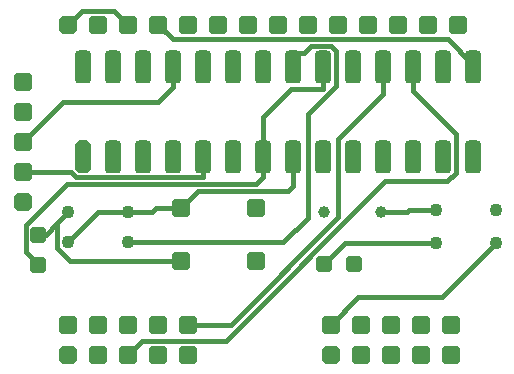
<source format=gbl>
G04*
G04 #@! TF.GenerationSoftware,Altium Limited,Altium Designer,20.1.8 (145)*
G04*
G04 Layer_Physical_Order=2*
G04 Layer_Color=16711680*
%FSLAX44Y44*%
%MOMM*%
G71*
G04*
G04 #@! TF.SameCoordinates,26300AEE-937A-4092-BCD3-584E98E6A38F*
G04*
G04*
G04 #@! TF.FilePolarity,Positive*
G04*
G01*
G75*
G04:AMPARAMS|DCode=16|XSize=1.397mm|YSize=2.794mm|CornerRadius=0mm|HoleSize=0mm|Usage=FLASHONLY|Rotation=0.000|XOffset=0mm|YOffset=0mm|HoleType=Round|Shape=Octagon|*
%AMOCTAGOND16*
4,1,8,-0.3493,1.3970,0.3493,1.3970,0.6985,1.0478,0.6985,-1.0478,0.3493,-1.3970,-0.3493,-1.3970,-0.6985,-1.0478,-0.6985,1.0478,-0.3493,1.3970,0.0*
%
%ADD16OCTAGOND16*%

G04:AMPARAMS|DCode=17|XSize=1.397mm|YSize=2.794mm|CornerRadius=0.3493mm|HoleSize=0mm|Usage=FLASHONLY|Rotation=0.000|XOffset=0mm|YOffset=0mm|HoleType=Round|Shape=RoundedRectangle|*
%AMROUNDEDRECTD17*
21,1,1.3970,2.0955,0,0,0.0*
21,1,0.6985,2.7940,0,0,0.0*
1,1,0.6985,0.3493,-1.0478*
1,1,0.6985,-0.3493,-1.0478*
1,1,0.6985,-0.3493,1.0478*
1,1,0.6985,0.3493,1.0478*
%
%ADD17ROUNDEDRECTD17*%
G04:AMPARAMS|DCode=18|XSize=1.6002mm|YSize=1.6002mm|CornerRadius=0.4001mm|HoleSize=0mm|Usage=FLASHONLY|Rotation=90.000|XOffset=0mm|YOffset=0mm|HoleType=Round|Shape=RoundedRectangle|*
%AMROUNDEDRECTD18*
21,1,1.6002,0.8001,0,0,90.0*
21,1,0.8001,1.6002,0,0,90.0*
1,1,0.8001,0.4001,0.4001*
1,1,0.8001,0.4001,-0.4001*
1,1,0.8001,-0.4001,-0.4001*
1,1,0.8001,-0.4001,0.4001*
%
%ADD18ROUNDEDRECTD18*%
G04:AMPARAMS|DCode=19|XSize=1.6002mm|YSize=1.6002mm|CornerRadius=0mm|HoleSize=0mm|Usage=FLASHONLY|Rotation=90.000|XOffset=0mm|YOffset=0mm|HoleType=Round|Shape=Octagon|*
%AMOCTAGOND19*
4,1,8,0.4001,0.8001,-0.4001,0.8001,-0.8001,0.4001,-0.8001,-0.4001,-0.4001,-0.8001,0.4001,-0.8001,0.8001,-0.4001,0.8001,0.4001,0.4001,0.8001,0.0*
%
%ADD19OCTAGOND19*%

%ADD20C,1.1000*%
G04:AMPARAMS|DCode=21|XSize=1.4mm|YSize=1.4mm|CornerRadius=0.35mm|HoleSize=0mm|Usage=FLASHONLY|Rotation=0.000|XOffset=0mm|YOffset=0mm|HoleType=Round|Shape=RoundedRectangle|*
%AMROUNDEDRECTD21*
21,1,1.4000,0.7000,0,0,0.0*
21,1,0.7000,1.4000,0,0,0.0*
1,1,0.7000,0.3500,-0.3500*
1,1,0.7000,-0.3500,-0.3500*
1,1,0.7000,-0.3500,0.3500*
1,1,0.7000,0.3500,0.3500*
%
%ADD21ROUNDEDRECTD21*%
G04:AMPARAMS|DCode=22|XSize=1.6002mm|YSize=1.6002mm|CornerRadius=0.4001mm|HoleSize=0mm|Usage=FLASHONLY|Rotation=0.000|XOffset=0mm|YOffset=0mm|HoleType=Round|Shape=RoundedRectangle|*
%AMROUNDEDRECTD22*
21,1,1.6002,0.8001,0,0,0.0*
21,1,0.8001,1.6002,0,0,0.0*
1,1,0.8001,0.4001,-0.4001*
1,1,0.8001,-0.4001,-0.4001*
1,1,0.8001,-0.4001,0.4001*
1,1,0.8001,0.4001,0.4001*
%
%ADD22ROUNDEDRECTD22*%
G04:AMPARAMS|DCode=23|XSize=1.6002mm|YSize=1.6002mm|CornerRadius=0mm|HoleSize=0mm|Usage=FLASHONLY|Rotation=0.000|XOffset=0mm|YOffset=0mm|HoleType=Round|Shape=Octagon|*
%AMOCTAGOND23*
4,1,8,0.8001,-0.4001,0.8001,0.4001,0.4001,0.8001,-0.4001,0.8001,-0.8001,0.4001,-0.8001,-0.4001,-0.4001,-0.8001,0.4001,-0.8001,0.8001,-0.4001,0.0*
%
%ADD23OCTAGOND23*%

G04:AMPARAMS|DCode=24|XSize=1.6mm|YSize=1.6mm|CornerRadius=0.4mm|HoleSize=0mm|Usage=FLASHONLY|Rotation=90.000|XOffset=0mm|YOffset=0mm|HoleType=Round|Shape=RoundedRectangle|*
%AMROUNDEDRECTD24*
21,1,1.6000,0.8000,0,0,90.0*
21,1,0.8000,1.6000,0,0,90.0*
1,1,0.8000,0.4000,0.4000*
1,1,0.8000,0.4000,-0.4000*
1,1,0.8000,-0.4000,-0.4000*
1,1,0.8000,-0.4000,0.4000*
%
%ADD24ROUNDEDRECTD24*%
%ADD25C,1.0000*%
G04:AMPARAMS|DCode=26|XSize=1.4mm|YSize=1.4mm|CornerRadius=0.35mm|HoleSize=0mm|Usage=FLASHONLY|Rotation=90.000|XOffset=0mm|YOffset=0mm|HoleType=Round|Shape=RoundedRectangle|*
%AMROUNDEDRECTD26*
21,1,1.4000,0.7000,0,0,90.0*
21,1,0.7000,1.4000,0,0,90.0*
1,1,0.7000,0.3500,0.3500*
1,1,0.7000,0.3500,-0.3500*
1,1,0.7000,-0.3500,-0.3500*
1,1,0.7000,-0.3500,0.3500*
%
%ADD26ROUNDEDRECTD26*%
%ADD27C,0.4000*%
D16*
X50800Y199370D02*
D03*
D17*
X76200D02*
D03*
X101600D02*
D03*
X127000D02*
D03*
X152400D02*
D03*
X177800D02*
D03*
X203200D02*
D03*
X228600D02*
D03*
X254000D02*
D03*
X279400D02*
D03*
X304800D02*
D03*
X330200D02*
D03*
X355600D02*
D03*
X381000D02*
D03*
Y275570D02*
D03*
X355600D02*
D03*
X330200D02*
D03*
X304800D02*
D03*
X279400D02*
D03*
X254000D02*
D03*
X228600D02*
D03*
X203200D02*
D03*
X177800D02*
D03*
X152400D02*
D03*
X127000D02*
D03*
X101600D02*
D03*
X76200D02*
D03*
X50800D02*
D03*
D18*
X-200Y262870D02*
D03*
Y237470D02*
D03*
Y212070D02*
D03*
Y186670D02*
D03*
D19*
Y161270D02*
D03*
D20*
X400050Y154395D02*
D03*
X349250D02*
D03*
X400300Y126500D02*
D03*
X349500D02*
D03*
X88900Y127000D02*
D03*
X38100D02*
D03*
Y152400D02*
D03*
X88900D02*
D03*
D21*
X254850Y108750D02*
D03*
X280250D02*
D03*
D22*
X139700Y57150D02*
D03*
Y31750D02*
D03*
X114300Y57150D02*
D03*
Y31750D02*
D03*
X88900Y57150D02*
D03*
Y31750D02*
D03*
X63500Y57150D02*
D03*
Y31750D02*
D03*
X38100Y57150D02*
D03*
X361950D02*
D03*
Y31750D02*
D03*
X336550Y57150D02*
D03*
Y31750D02*
D03*
X311150Y57150D02*
D03*
Y31750D02*
D03*
X285750Y57150D02*
D03*
Y31750D02*
D03*
X260350Y57150D02*
D03*
X63500Y311123D02*
D03*
X88900D02*
D03*
X114300D02*
D03*
X139700D02*
D03*
X165100D02*
D03*
X190500D02*
D03*
X215900D02*
D03*
X241300D02*
D03*
X266700D02*
D03*
X292100D02*
D03*
X317500D02*
D03*
X342900D02*
D03*
X368300D02*
D03*
D23*
X38100Y31750D02*
D03*
X260350D02*
D03*
X38100Y311123D02*
D03*
D24*
X196850Y111125D02*
D03*
Y155575D02*
D03*
X133350Y111125D02*
D03*
Y155575D02*
D03*
D25*
X255194Y152490D02*
D03*
X303454D02*
D03*
D26*
X12700Y107950D02*
D03*
Y133350D02*
D03*
D27*
X100619Y43469D02*
X171469D01*
X306343Y178343D02*
X358950D01*
X171469Y43469D02*
X306343Y178343D01*
X2080Y118570D02*
Y141330D01*
X36807Y176057D02*
X196850D01*
X2080Y141330D02*
X36807Y176057D01*
X228600Y287309D02*
X237903D01*
X19050Y133350D02*
X29004Y143304D01*
X77155Y322869D02*
X88900Y311123D01*
X49846Y322869D02*
X77155D01*
X38100Y311123D02*
X49846Y322869D01*
X260350Y57150D02*
X283753Y80553D01*
X354353D01*
X400300Y126500D01*
X63500Y152400D02*
X88900D01*
X38100Y127000D02*
X63500Y152400D01*
X-200Y212070D02*
X33637Y245907D01*
X114300D01*
X127000Y258607D01*
Y275570D01*
X88900Y31750D02*
X100619Y43469D01*
X358950Y178343D02*
X366316Y185709D01*
Y218475D01*
X330200Y254590D02*
X366316Y218475D01*
X330200Y254590D02*
Y275570D01*
X228600D02*
Y287309D01*
X237903D02*
X243634Y293040D01*
X260525D01*
X264716Y288849D01*
Y259369D02*
Y288849D01*
X241094Y235747D02*
X264716Y259369D01*
X241094Y147609D02*
Y235747D01*
X220485Y127000D02*
X241094Y147609D01*
X88900Y127000D02*
X220485D01*
X29004Y143304D02*
X38100Y152400D01*
X29004Y122082D02*
Y143304D01*
Y122082D02*
X39960Y111125D01*
X133350D01*
X12700Y133350D02*
X19050D01*
X381000Y275570D02*
Y276942D01*
X359403Y298540D02*
X381000Y276942D01*
X126883Y298540D02*
X359403D01*
X114300Y311123D02*
X126883Y298540D01*
X139700Y57150D02*
X176035D01*
X266748Y147863D01*
Y214458D01*
X304800Y252511D01*
Y275570D01*
X152400Y181899D02*
Y199370D01*
X45205Y181899D02*
X152400D01*
X40434Y186670D02*
X45205Y181899D01*
X-200Y186670D02*
X40434D01*
X228600Y174533D02*
Y199370D01*
X224282Y170215D02*
X228600Y174533D01*
X147990Y170215D02*
X224282D01*
X133350Y155575D02*
X147990Y170215D01*
X2080Y118570D02*
X12700Y107950D01*
X196850Y176057D02*
X203200Y182407D01*
Y199370D01*
Y233207D01*
X226521Y256527D01*
X254000D01*
Y275570D01*
X272600Y126500D02*
X349500D01*
X254850Y108750D02*
X272600Y126500D01*
X112697Y155575D02*
X133350D01*
X109522Y152400D02*
X112697Y155575D01*
X88900Y152400D02*
X109522D01*
X327073Y154395D02*
X349250D01*
X325168Y152490D02*
X327073Y154395D01*
X303454Y152490D02*
X325168D01*
M02*

</source>
